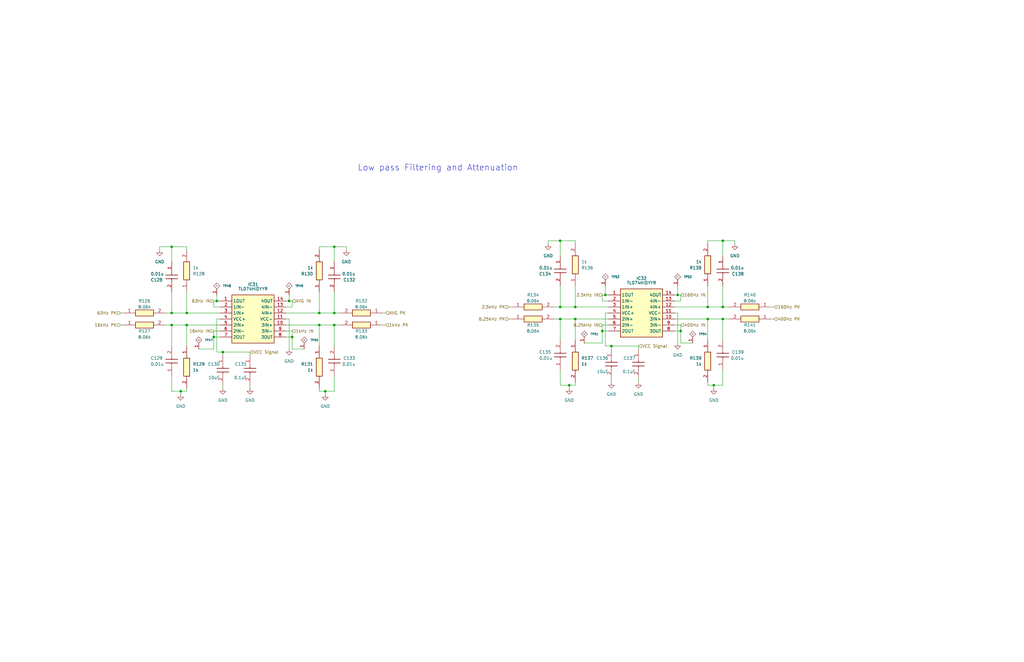
<source format=kicad_sch>
(kicad_sch (version 20231120) (generator "eeschema") (generator_version "8.0")
  (paper "B")
  (title_block (title "Audio System") (date "2025-02-06") (rev "P1") (company "Wolfe Engineering"))
  (lib_symbols
    (symbol "Audio System:C0603C104M5RACTU" (pin_names hide)
      (property "Reference" "C" (at 8.89 6.35 0))
      (property "Value" "C0603C104M5RACTU" (at 8.89 3.81 0))
      (symbol "C0603C104M5RACTU_1_1"
        (polyline (pts (xy 5.08 0) (xy 5.588 0)) (stroke (width 0.254)))
        (polyline (pts (xy 5.588 2.54) (xy 5.588 -2.54)) (stroke (width 0.254)))
        (polyline (pts (xy 7.112 0) (xy 7.62 0)) (stroke (width 0.254)))
        (polyline (pts (xy 7.112 2.54) (xy 7.112 -2.54)) (stroke (width 0.254)))
        (pin passive line (at 0 0 0) (length 5.08) (name "1") (number "1"))
        (pin passive line (at 12.7 0 180) (length 5.08) (name "2") (number "2"))
      )
    )
    (symbol "Audio System:CL10B103KB8NNNC" (pin_names hide)
      (property "Reference" "C" (at 8.89 6.35 0))
      (property "Value" "CL10B103KB8NNNC" (at 8.89 3.81 0))
      (symbol "CL10B103KB8NNNC_1_1"
        (polyline (pts (xy 5.08 0) (xy 5.588 0)) (stroke (width 0.254)))
        (polyline (pts (xy 5.588 2.54) (xy 5.588 -2.54)) (stroke (width 0.254)))
        (polyline (pts (xy 7.112 0) (xy 7.62 0)) (stroke (width 0.254)))
        (polyline (pts (xy 7.112 2.54) (xy 7.112 -2.54)) (stroke (width 0.254)))
        (pin passive line (at 0 0 0) (length 5.08) (name "1") (number "1"))
        (pin passive line (at 12.7 0 180) (length 5.08) (name "2") (number "2"))
      )
    )
    (symbol "Audio System:GRM21BR61H106KE43L" (pin_names hide)
      (property "Reference" "C" (at 8.89 6.35 0))
      (property "Value" "GRM21BR61H106KE43L" (at 8.89 3.81 0))
      (symbol "GRM21BR61H106KE43L_1_1"
        (polyline (pts (xy 5.08 0) (xy 5.588 0)) (stroke (width 0.254)))
        (polyline (pts (xy 5.588 2.54) (xy 5.588 -2.54)) (stroke (width 0.254)))
        (polyline (pts (xy 7.112 0) (xy 7.62 0)) (stroke (width 0.254)))
        (polyline (pts (xy 7.112 2.54) (xy 7.112 -2.54)) (stroke (width 0.254)))
        (pin passive line (at 0 0 0) (length 5.08) (name "1") (number "1"))
        (pin passive line (at 12.7 0 180) (length 5.08) (name "2") (number "2"))
      )
    )
    (symbol "Audio System:RC0603FR-071KL" (pin_names hide)
      (property "Reference" "R" (at 13.97 6.35 0))
      (property "Value" "RC0603FR-071KL" (at 13.97 3.81 0))
      (symbol "RC0603FR-071KL_1_1"
        (rectangle (start 5.08 1.27) (end 12.7 -1.27) (stroke (width 0.254)) (fill (type background)))
        (pin passive line (at 0 0 0) (length 5.08) (name "1") (number "1"))
        (pin passive line (at 17.78 0 180) (length 5.08) (name "2") (number "2"))
      )
    )
    (symbol "Audio System:RC0603FR-078K06L" (pin_names hide)
      (property "Reference" "R" (at 13.97 6.35 0))
      (property "Value" "RC0603FR-078K06L" (at 13.97 3.81 0))
      (symbol "RC0603FR-078K06L_1_1"
        (rectangle (start 5.08 1.27) (end 12.7 -1.27) (stroke (width 0.254)) (fill (type background)))
        (pin passive line (at 0 0 0) (length 5.08) (name "1") (number "1"))
        (pin passive line (at 17.78 0 180) (length 5.08) (name "2") (number "2"))
      )
    )
    (symbol "Audio System:TL074HIDYYR"
      (property "Reference" "IC" (at 24.13 7.62 0))
      (property "Value" "TL074HIDYYR" (at 24.13 5.08 0))
      (symbol "TL074HIDYYR_1_1"
        (rectangle (start 5.08 2.54) (end 22.86 -17.78) (stroke (width 0.254)) (fill (type background)))
        (pin passive line (at 0 0 0) (length 5.08) (name "1OUT") (number "1"))
        (pin passive line (at 27.94 -10.16 180) (length 5.08) (name "3IN+") (number "10"))
        (pin passive line (at 27.94 -7.62 180) (length 5.08) (name "VCC-") (number "11"))
        (pin passive line (at 27.94 -5.08 180) (length 5.08) (name "4IN+") (number "12"))
        (pin passive line (at 27.94 -2.54 180) (length 5.08) (name "4IN-") (number "13"))
        (pin passive line (at 27.94 0 180) (length 5.08) (name "4OUT") (number "14"))
        (pin passive line (at 0 -2.54 0) (length 5.08) (name "1IN-") (number "2"))
        (pin passive line (at 0 -5.08 0) (length 5.08) (name "1IN+") (number "3"))
        (pin passive line (at 0 -7.62 0) (length 5.08) (name "VCC+") (number "4"))
        (pin passive line (at 0 -10.16 0) (length 5.08) (name "2IN+") (number "5"))
        (pin passive line (at 0 -12.7 0) (length 5.08) (name "2IN-") (number "6"))
        (pin passive line (at 0 -15.24 0) (length 5.08) (name "2OUT") (number "7"))
        (pin passive line (at 27.94 -15.24 180) (length 5.08) (name "3OUT") (number "8"))
        (pin passive line (at 27.94 -12.7 180) (length 5.08) (name "3IN-") (number "9"))
      )
    )
    (symbol "Audio System:TP"
      (property "Reference" "TP" (at 2.54 -1.27 0))
      (symbol "TP_0_1"
        (polyline (pts (xy 0 -1.27) (xy 1.27 0) (xy 0 1.27) (xy -1.27 0) (xy 0 -1.27)))
      )
      (symbol "TP_1_1"
        (pin input line (at 0 -3.81 90) (length 2.54) (name "") (number "1"))
      )
    )
    (symbol "GND_1" (power) (pin_names (offset 0))
      (property "Value" "GND" (at 0 -3.81 0))
      (symbol "GND_1_0_1"
        (polyline (pts (xy 0 0) (xy 0 -1.27) (xy 1.27 -1.27) (xy 0 -2.54) (xy -1.27 -1.27) (xy 0 -1.27)))
      )
      (symbol "GND_1_1_1"
        (pin power_in line (at 0 0 270) (length 0) hide (name "GND") (number "1"))
      )
    )
    (symbol "GND_10" (power) (pin_names (offset 0))
      (property "Value" "GND" (at 0 -3.81 0))
      (symbol "GND_10_0_1"
        (polyline (pts (xy 0 0) (xy 0 -1.27) (xy 1.27 -1.27) (xy 0 -2.54) (xy -1.27 -1.27) (xy 0 -1.27)))
      )
      (symbol "GND_10_1_1"
        (pin power_in line (at 0 0 270) (length 0) hide (name "GND") (number "1"))
      )
    )
    (symbol "GND_11" (power) (pin_names (offset 0))
      (property "Value" "GND" (at 0 -3.81 0))
      (symbol "GND_11_0_1"
        (polyline (pts (xy 0 0) (xy 0 -1.27) (xy 1.27 -1.27) (xy 0 -2.54) (xy -1.27 -1.27) (xy 0 -1.27)))
      )
      (symbol "GND_11_1_1"
        (pin power_in line (at 0 0 270) (length 0) hide (name "GND") (number "1"))
      )
    )
    (symbol "GND_12" (power) (pin_names (offset 0))
      (property "Value" "GND" (at 0 -3.81 0))
      (symbol "GND_12_0_1"
        (polyline (pts (xy 0 0) (xy 0 -1.27) (xy 1.27 -1.27) (xy 0 -2.54) (xy -1.27 -1.27) (xy 0 -1.27)))
      )
      (symbol "GND_12_1_1"
        (pin power_in line (at 0 0 270) (length 0) hide (name "GND") (number "1"))
      )
    )
    (symbol "GND_13" (power) (pin_names (offset 0))
      (property "Value" "GND" (at 0 -3.81 0))
      (symbol "GND_13_0_1"
        (polyline (pts (xy 0 0) (xy 0 -1.27) (xy 1.27 -1.27) (xy 0 -2.54) (xy -1.27 -1.27) (xy 0 -1.27)))
      )
      (symbol "GND_13_1_1"
        (pin power_in line (at 0 0 270) (length 0) hide (name "GND") (number "1"))
      )
    )
    (symbol "GND_2" (power) (pin_names (offset 0))
      (property "Value" "GND" (at 0 -3.81 0))
      (symbol "GND_2_0_1"
        (polyline (pts (xy 0 0) (xy 0 -1.27) (xy 1.27 -1.27) (xy 0 -2.54) (xy -1.27 -1.27) (xy 0 -1.27)))
      )
      (symbol "GND_2_1_1"
        (pin power_in line (at 0 0 270) (length 0) hide (name "GND") (number "1"))
      )
    )
    (symbol "GND_3" (power) (pin_names (offset 0))
      (property "Value" "GND" (at 0 -3.81 0))
      (symbol "GND_3_0_1"
        (polyline (pts (xy 0 0) (xy 0 -1.27) (xy 1.27 -1.27) (xy 0 -2.54) (xy -1.27 -1.27) (xy 0 -1.27)))
      )
      (symbol "GND_3_1_1"
        (pin power_in line (at 0 0 270) (length 0) hide (name "GND") (number "1"))
      )
    )
    (symbol "GND_4" (power) (pin_names (offset 0))
      (property "Value" "GND" (at 0 -3.81 0))
      (symbol "GND_4_0_1"
        (polyline (pts (xy 0 0) (xy 0 -1.27) (xy 1.27 -1.27) (xy 0 -2.54) (xy -1.27 -1.27) (xy 0 -1.27)))
      )
      (symbol "GND_4_1_1"
        (pin power_in line (at 0 0 270) (length 0) hide (name "GND") (number "1"))
      )
    )
    (symbol "GND_5" (power) (pin_names (offset 0))
      (property "Value" "GND" (at 0 -3.81 0))
      (symbol "GND_5_0_1"
        (polyline (pts (xy 0 0) (xy 0 -1.27) (xy 1.27 -1.27) (xy 0 -2.54) (xy -1.27 -1.27) (xy 0 -1.27)))
      )
      (symbol "GND_5_1_1"
        (pin power_in line (at 0 0 270) (length 0) hide (name "GND") (number "1"))
      )
    )
    (symbol "GND_6" (power) (pin_names (offset 0))
      (property "Value" "GND" (at 0 -3.81 0))
      (symbol "GND_6_0_1"
        (polyline (pts (xy 0 0) (xy 0 -1.27) (xy 1.27 -1.27) (xy 0 -2.54) (xy -1.27 -1.27) (xy 0 -1.27)))
      )
      (symbol "GND_6_1_1"
        (pin power_in line (at 0 0 270) (length 0) hide (name "GND") (number "1"))
      )
    )
    (symbol "GND_7" (power) (pin_names (offset 0))
      (property "Value" "GND" (at 0 -3.81 0))
      (symbol "GND_7_0_1"
        (polyline (pts (xy 0 0) (xy 0 -1.27) (xy 1.27 -1.27) (xy 0 -2.54) (xy -1.27 -1.27) (xy 0 -1.27)))
      )
      (symbol "GND_7_1_1"
        (pin power_in line (at 0 0 270) (length 0) hide (name "GND") (number "1"))
      )
    )
    (symbol "GND_8" (power) (pin_names (offset 0))
      (property "Value" "GND" (at 0 -3.81 0))
      (symbol "GND_8_0_1"
        (polyline (pts (xy 0 0) (xy 0 -1.27) (xy 1.27 -1.27) (xy 0 -2.54) (xy -1.27 -1.27) (xy 0 -1.27)))
      )
      (symbol "GND_8_1_1"
        (pin power_in line (at 0 0 270) (length 0) hide (name "GND") (number "1"))
      )
    )
    (symbol "GND_9" (power) (pin_names (offset 0))
      (property "Value" "GND" (at 0 -3.81 0))
      (symbol "GND_9_0_1"
        (polyline (pts (xy 0 0) (xy 0 -1.27) (xy 1.27 -1.27) (xy 0 -2.54) (xy -1.27 -1.27) (xy 0 -1.27)))
      )
      (symbol "GND_9_1_1"
        (pin power_in line (at 0 0 270) (length 0) hide (name "GND") (number "1"))
      )
    )
    (symbol "power:GND" (power) (pin_names (offset 0))
      (property "Value" "GND" (at 0 -3.81 0))
      (symbol "GND_0_1"
        (polyline (pts (xy 0 0) (xy 0 -1.27) (xy 1.27 -1.27) (xy 0 -2.54) (xy -1.27 -1.27) (xy 0 -1.27)))
      )
      (symbol "GND_1_1"
        (pin power_in line (at 0 0 270) (length 0) hide (name "GND") (number "1"))
      )
    )
  )
  (junction (at 137.16 165.1))
  (junction (at 242.57 134.62))
  (junction (at 140.97 104.14))
  (junction (at 78.74 132.08))
  (junction (at 304.8 134.62))
  (junction (at 140.97 132.08))
  (junction (at 123.19 142.24))
  (junction (at 254 139.7))
  (junction (at 242.57 129.54))
  (junction (at 134.62 137.16))
  (junction (at 236.22 134.62))
  (junction (at 236.22 101.6))
  (junction (at 72.39 104.14))
  (junction (at 287.02 139.7))
  (junction (at 72.39 132.08))
  (junction (at 236.22 129.54))
  (junction (at 134.62 132.08))
  (junction (at 91.44 127))
  (junction (at 304.8 129.54))
  (junction (at 93.98 148.59))
  (junction (at 304.8 101.6))
  (junction (at 78.74 137.16))
  (junction (at 257.81 146.05))
  (junction (at 121.92 127))
  (junction (at 298.45 129.54))
  (junction (at 72.39 137.16))
  (junction (at 140.97 137.16))
  (junction (at 255.27 124.46))
  (junction (at 300.99 162.56))
  (junction (at 298.45 134.62))
  (junction (at 90.17 142.24))
  (junction (at 240.03 162.56))
  (junction (at 76.2 165.1))
  (junction (at 285.75 124.46))
  (wire (pts (xy 137.16 165.1) (xy 134.62 165.1)))
  (wire (pts (xy 69.85 132.08) (xy 72.39 132.08)))
  (wire (pts (xy 134.62 132.08) (xy 120.65 132.08)))
  (wire (pts (xy 78.74 132.08) (xy 92.71 132.08)))
  (wire (pts (xy 143.51 132.08) (xy 140.97 132.08)))
  (wire (pts (xy 242.57 162.56) (xy 242.57 161.29)))
  (wire (pts (xy 304.8 156.21) (xy 304.8 162.56)))
  (wire (pts (xy 140.97 165.1) (xy 137.16 165.1)))
  (wire (pts (xy 78.74 165.1) (xy 78.74 163.83)))
  (wire (pts (xy 140.97 137.16) (xy 134.62 137.16)))
  (wire (pts (xy 326.39 134.62) (xy 325.12 134.62)))
  (wire (pts (xy 298.45 162.56) (xy 298.45 161.29)))
  (wire (pts (xy 140.97 110.49) (xy 140.97 104.14)))
  (wire (pts (xy 269.24 161.29) (xy 269.24 160.02)))
  (wire (pts (xy 284.48 132.08) (xy 285.75 132.08)))
  (wire (pts (xy 91.44 127) (xy 92.71 127)))
  (wire (pts (xy 256.54 132.08) (xy 255.27 132.08)))
  (wire (pts (xy 72.39 104.14) (xy 78.74 104.14)))
  (wire (pts (xy 236.22 134.62) (xy 242.57 134.62)))
  (wire (pts (xy 236.22 162.56) (xy 240.03 162.56)))
  (wire (pts (xy 254 144.78) (xy 254 139.7)))
  (wire (pts (xy 67.31 104.14) (xy 72.39 104.14)))
  (wire (pts (xy 50.8 137.16) (xy 52.07 137.16)))
  (wire (pts (xy 134.62 123.19) (xy 134.62 132.08)))
  (wire (pts (xy 72.39 132.08) (xy 78.74 132.08)))
  (wire (pts (xy 307.34 134.62) (xy 304.8 134.62)))
  (wire (pts (xy 257.81 147.32) (xy 257.81 146.05)))
  (wire (pts (xy 300.99 162.56) (xy 300.99 163.83)))
  (wire (pts (xy 298.45 101.6) (xy 298.45 102.87)))
  (wire (pts (xy 236.22 101.6) (xy 242.57 101.6)))
  (wire (pts (xy 123.19 139.7) (xy 120.65 139.7)))
  (wire (pts (xy 254 124.46) (xy 255.27 124.46)))
  (wire (pts (xy 236.22 134.62) (xy 236.22 143.51)))
  (wire (pts (xy 326.39 129.54) (xy 325.12 129.54)))
  (wire (pts (xy 78.74 137.16) (xy 92.71 137.16)))
  (wire (pts (xy 254 127) (xy 254 124.46)))
  (wire (pts (xy 304.8 129.54) (xy 298.45 129.54)))
  (wire (pts (xy 69.85 137.16) (xy 72.39 137.16)))
  (wire (pts (xy 93.98 148.59) (xy 105.41 148.59)))
  (wire (pts (xy 255.27 146.05) (xy 257.81 146.05)))
  (wire (pts (xy 140.97 132.08) (xy 134.62 132.08)))
  (wire (pts (xy 233.68 134.62) (xy 236.22 134.62)))
  (wire (pts (xy 92.71 142.24) (xy 90.17 142.24)))
  (wire (pts (xy 90.17 127) (xy 91.44 127)))
  (wire (pts (xy 90.17 142.24) (xy 90.17 147.32)))
  (wire (pts (xy 90.17 139.7) (xy 92.71 139.7)))
  (wire (pts (xy 143.51 137.16) (xy 140.97 137.16)))
  (wire (pts (xy 120.65 129.54) (xy 123.19 129.54)))
  (wire (pts (xy 287.02 139.7) (xy 287.02 137.16)))
  (wire (pts (xy 120.65 142.24) (xy 123.19 142.24)))
  (wire (pts (xy 72.39 137.16) (xy 78.74 137.16)))
  (wire (pts (xy 257.81 146.05) (xy 269.24 146.05)))
  (wire (pts (xy 134.62 104.14) (xy 134.62 105.41)))
  (wire (pts (xy 140.97 104.14) (xy 134.62 104.14)))
  (wire (pts (xy 242.57 129.54) (xy 256.54 129.54)))
  (wire (pts (xy 309.88 101.6) (xy 304.8 101.6)))
  (wire (pts (xy 93.98 149.86) (xy 93.98 148.59)))
  (wire (pts (xy 90.17 129.54) (xy 90.17 127)))
  (wire (pts (xy 72.39 137.16) (xy 72.39 146.05)))
  (wire (pts (xy 78.74 137.16) (xy 78.74 146.05)))
  (wire (pts (xy 105.41 148.59) (xy 105.41 149.86)))
  (wire (pts (xy 78.74 104.14) (xy 78.74 105.41)))
  (wire (pts (xy 285.75 120.65) (xy 285.75 124.46)))
  (wire (pts (xy 256.54 139.7) (xy 254 139.7)))
  (wire (pts (xy 120.65 134.62) (xy 121.92 134.62)))
  (wire (pts (xy 287.02 144.78) (xy 292.1 144.78)))
  (wire (pts (xy 300.99 162.56) (xy 298.45 162.56)))
  (wire (pts (xy 242.57 134.62) (xy 242.57 143.51)))
  (wire (pts (xy 298.45 134.62) (xy 284.48 134.62)))
  (wire (pts (xy 123.19 129.54) (xy 123.19 127)))
  (wire (pts (xy 231.14 101.6) (xy 236.22 101.6)))
  (wire (pts (xy 287.02 124.46) (xy 285.75 124.46)))
  (wire (pts (xy 257.81 160.02) (xy 257.81 161.29)))
  (wire (pts (xy 298.45 134.62) (xy 298.45 143.51)))
  (wire (pts (xy 121.92 134.62) (xy 121.92 147.32)))
  (wire (pts (xy 287.02 144.78) (xy 287.02 139.7)))
  (wire (pts (xy 121.92 124.46) (xy 121.92 127)))
  (wire (pts (xy 214.63 134.62) (xy 215.9 134.62)))
  (wire (pts (xy 285.75 132.08) (xy 285.75 144.78)))
  (wire (pts (xy 256.54 127) (xy 254 127)))
  (wire (pts (xy 92.71 129.54) (xy 90.17 129.54)))
  (wire (pts (xy 233.68 129.54) (xy 236.22 129.54)))
  (wire (pts (xy 128.27 147.32) (xy 123.19 147.32)))
  (wire (pts (xy 240.03 162.56) (xy 240.03 163.83)))
  (wire (pts (xy 91.44 148.59) (xy 93.98 148.59)))
  (wire (pts (xy 298.45 129.54) (xy 284.48 129.54)))
  (wire (pts (xy 92.71 134.62) (xy 91.44 134.62)))
  (wire (pts (xy 242.57 101.6) (xy 242.57 102.87)))
  (wire (pts (xy 140.97 158.75) (xy 140.97 165.1)))
  (wire (pts (xy 91.44 124.46) (xy 91.44 127)))
  (wire (pts (xy 254 137.16) (xy 256.54 137.16)))
  (wire (pts (xy 50.8 132.08) (xy 52.07 132.08)))
  (wire (pts (xy 83.82 147.32) (xy 90.17 147.32)))
  (wire (pts (xy 72.39 132.08) (xy 72.39 123.19)))
  (wire (pts (xy 72.39 158.75) (xy 72.39 165.1)))
  (wire (pts (xy 123.19 142.24) (xy 123.19 139.7)))
  (wire (pts (xy 162.56 137.16) (xy 161.29 137.16)))
  (wire (pts (xy 284.48 139.7) (xy 287.02 139.7)))
  (wire (pts (xy 304.8 107.95) (xy 304.8 101.6)))
  (wire (pts (xy 140.97 132.08) (xy 140.97 123.19)))
  (wire (pts (xy 123.19 142.24) (xy 123.19 147.32)))
  (wire (pts (xy 304.8 134.62) (xy 304.8 143.51)))
  (wire (pts (xy 236.22 129.54) (xy 236.22 120.65)))
  (wire (pts (xy 67.31 104.14) (xy 67.31 105.41)))
  (wire (pts (xy 140.97 137.16) (xy 140.97 146.05)))
  (wire (pts (xy 162.56 132.08) (xy 161.29 132.08)))
  (wire (pts (xy 72.39 110.49) (xy 72.39 104.14)))
  (wire (pts (xy 90.17 142.24) (xy 90.17 139.7)))
  (wire (pts (xy 123.19 127) (xy 121.92 127)))
  (wire (pts (xy 137.16 165.1) (xy 137.16 166.37)))
  (wire (pts (xy 307.34 129.54) (xy 304.8 129.54)))
  (wire (pts (xy 134.62 137.16) (xy 120.65 137.16)))
  (wire (pts (xy 93.98 162.56) (xy 93.98 163.83)))
  (wire (pts (xy 236.22 107.95) (xy 236.22 101.6)))
  (wire (pts (xy 287.02 137.16) (xy 284.48 137.16)))
  (wire (pts (xy 304.8 134.62) (xy 298.45 134.62)))
  (wire (pts (xy 105.41 163.83) (xy 105.41 162.56)))
  (wire (pts (xy 91.44 134.62) (xy 91.44 148.59)))
  (wire (pts (xy 214.63 129.54) (xy 215.9 129.54)))
  (wire (pts (xy 287.02 127) (xy 287.02 124.46)))
  (wire (pts (xy 246.38 144.78) (xy 254 144.78)))
  (wire (pts (xy 298.45 120.65) (xy 298.45 129.54)))
  (wire (pts (xy 121.92 127) (xy 120.65 127)))
  (wire (pts (xy 242.57 134.62) (xy 256.54 134.62)))
  (wire (pts (xy 240.03 162.56) (xy 242.57 162.56)))
  (wire (pts (xy 146.05 104.14) (xy 140.97 104.14)))
  (wire (pts (xy 236.22 129.54) (xy 242.57 129.54)))
  (wire (pts (xy 76.2 165.1) (xy 78.74 165.1)))
  (wire (pts (xy 236.22 156.21) (xy 236.22 162.56)))
  (wire (pts (xy 304.8 101.6) (xy 298.45 101.6)))
  (wire (pts (xy 255.27 120.65) (xy 255.27 124.46)))
  (wire (pts (xy 72.39 165.1) (xy 76.2 165.1)))
  (wire (pts (xy 76.2 165.1) (xy 76.2 166.37)))
  (wire (pts (xy 284.48 127) (xy 287.02 127)))
  (wire (pts (xy 269.24 146.05) (xy 269.24 147.32)))
  (wire (pts (xy 285.75 124.46) (xy 284.48 124.46)))
  (wire (pts (xy 231.14 101.6) (xy 231.14 102.87)))
  (wire (pts (xy 309.88 101.6) (xy 309.88 102.87)))
  (wire (pts (xy 304.8 162.56) (xy 300.99 162.56)))
  (wire (pts (xy 242.57 120.65) (xy 242.57 129.54)))
  (wire (pts (xy 134.62 165.1) (xy 134.62 163.83)))
  (wire (pts (xy 304.8 129.54) (xy 304.8 120.65)))
  (wire (pts (xy 78.74 123.19) (xy 78.74 132.08)))
  (wire (pts (xy 255.27 124.46) (xy 256.54 124.46)))
  (wire (pts (xy 146.05 104.14) (xy 146.05 105.41)))
  (wire (pts (xy 255.27 132.08) (xy 255.27 146.05)))
  (wire (pts (xy 254 139.7) (xy 254 137.16)))
  (wire (pts (xy 134.62 137.16) (xy 134.62 146.05)))
  (text "Low pass Filtering and Attenuation" (at 184.658 70.866 0) (effects (font (size 2.54 2.54))))
  (hierarchical_label "16kHz IN" (shape input) (at 90.17 139.7 180))
  (hierarchical_label "400Hz PK" (shape input) (at 326.39 134.62 0))
  (hierarchical_label "16kHz PK" (shape input) (at 50.8 137.16 180))
  (hierarchical_label "2.5kHz PK" (shape input) (at 214.63 129.54 180))
  (hierarchical_label "63Hz PK" (shape input) (at 50.8 132.08 180))
  (hierarchical_label "160Hz PK" (shape input) (at 326.39 129.54 0))
  (hierarchical_label "VCC Signal" (shape input) (at 269.24 146.05 0))
  (hierarchical_label "VCC Signal" (shape input) (at 105.41 148.59 0))
  (hierarchical_label "1kHz IN" (shape input) (at 123.19 139.7 0))
  (hierarchical_label "2.5kHz IN" (shape input) (at 254 124.46 180))
  (hierarchical_label "AVG PK" (shape input) (at 162.56 132.08 0))
  (hierarchical_label "6.25kHz PK" (shape input) (at 214.63 134.62 180))
  (hierarchical_label "6.25kHz IN" (shape input) (at 254 137.16 180))
  (hierarchical_label "400Hz IN" (shape input) (at 287.02 137.16 0))
  (hierarchical_label "AVG IN" (shape input) (at 123.19 127 0))
  (hierarchical_label "63Hz IN" (shape input) (at 90.17 127 180))
  (hierarchical_label "1kHz PK" (shape input) (at 162.56 137.16 0))
  (hierarchical_label "160Hz IN" (shape input) (at 287.02 124.46 0))
  (symbol (lib_id "Audio System:C0603C104M5RACTU") (at 269.24 147.32 90) (mirror x) (unit 1)
    (property "Reference" "C137" (at 267.97 151.13 90) (effects (justify left)))
    (property "Value" "0.1uF" (at 267.97 156.845 90) (effects (justify left)))
    (property "Footprint" "1 Audio Amp:C0603" (effects (hide yes)))
    (property "Datasheet" "https://content.kemet.com/datasheets/KEM_C1002_X7R_SMD.pdf" (effects (hide yes)))
    (property "Height" "0.87" (effects (hide yes)))
    (property "Manufacturer_Name" "KEMET" (effects (hide yes)))
    (property "Manufacturer_Part_Number" "C0603C104M5RACTU" (effects (hide yes)))
    (property "Mouser Part Number" "80-C0603C104M5R" (effects (hide yes)))
    (property "Mouser Price/Stock" "https://www.mouser.co.uk/ProductDetail/KEMET/C0603C104M5RACTU?qs=YkRtRX%252BfoqJT%252B0m410IP4A%3D%3D" (effects (hide yes)))
    (property "Arrow Part Number" "C0603C104M5RACTU" (effects (hide yes)))
    (property "Arrow Price/Stock" "https://www.arrow.com/en/products/c0603c104m5ractu/kemet-corporation?utm_currency=USD&region=nac" (effects (hide yes)))
  )
  (symbol (lib_id "power:GND") (at 300.99 163.83 0) (unit 1)
    (property "Reference" "#PWR0187" (effects (hide yes)))
    (property "Value" "GND" (at 300.99 168.91 0))
  )
  (symbol (lib_name "GND_10") (lib_id "power:GND") (at 257.81 161.29 0) (mirror y) (unit 1)
    (property "Reference" "#PWR0184" (effects (hide yes)))
    (property "Value" "GND" (at 257.81 166.37 0))
  )
  (symbol (lib_name "GND_13") (lib_id "power:GND") (at 105.41 163.83 0) (mirror y) (unit 1)
    (property "Reference" "#PWR0178" (effects (hide yes)))
    (property "Value" "GND" (at 105.41 168.91 0))
  )
  (symbol (lib_id "Audio System:GRM21BR61H106KE43L") (at 257.81 147.32 90) (mirror x) (unit 1)
    (property "Reference" "C136" (at 256.54 151.13 90) (effects (justify left)))
    (property "Value" "10uF" (at 256.54 156.845 90) (effects (justify left)))
    (property "Footprint" "1 Audio Amp:GRM21x" (effects (hide yes)))
    (property "Datasheet" "https://search.murata.co.jp/Ceramy/image/img/A01X/G101/ENG/GRM21BR61H106KE43-01A.pdf" (effects (hide yes)))
    (property "Height" "1.25" (effects (hide yes)))
    (property "Manufacturer_Name" "Murata Electronics" (effects (hide yes)))
    (property "Manufacturer_Part_Number" "GRM21BR61H106KE43L" (effects (hide yes)))
    (property "Mouser Part Number" "81-GRM21BR61H106KE3L" (effects (hide yes)))
    (property "Mouser Price/Stock" "https://www.mouser.co.uk/ProductDetail/Murata-Electronics/GRM21BR61H106KE43L?qs=lYGu3FyN48cBZlIduWKclg%3D%3D" (effects (hide yes)))
    (property "Arrow Part Number" "GRM21BR61H106KE43L" (effects (hide yes)))
    (property "Arrow Price/Stock" "https://www.arrow.com/en/products/grm21br61h106ke43l/murata-manufacturing?region=nac" (effects (hide yes)))
  )
  (symbol (lib_name "GND_9") (lib_id "power:GND") (at 240.03 163.83 0) (unit 1)
    (property "Reference" "#PWR0183" (effects (hide yes)))
    (property "Value" "GND" (at 240.03 168.91 0))
  )
  (symbol (lib_id "Audio System:RC0603FR-071KL") (at 134.62 123.19 90) (unit 1)
    (property "Reference" "R130" (at 132.08 115.57 90) (effects (justify left)))
    (property "Value" "1k" (at 132.08 113.03 90) (effects (justify left)))
    (property "Footprint" "1 Audio Amp:RESC1608X55N" (effects (hide yes)))
    (property "Datasheet" "https://www.yageo.com/upload/media/product/productsearch/datasheet/rchip/PYu-RC_Group_51_RoHS_L_12.pdf" (effects (hide yes)))
    (property "Height" "0.55" (effects (hide yes)))
    (property "Manufacturer_Name" "YAGEO" (effects (hide yes)))
    (property "Manufacturer_Part_Number" "RC0603FR-071KL" (effects (hide yes)))
    (property "Mouser Part Number" "603-RC0603FR-071KL" (effects (hide yes)))
    (property "Mouser Price/Stock" "https://www.mouser.co.uk/ProductDetail/YAGEO/RC0603FR-071KL?qs=VU8sRB4EgwApHsk4rF%2F3zg%3D%3D" (effects (hide yes)))
    (property "Arrow Part Number" "RC0603FR-071KL" (effects (hide yes)))
    (property "Arrow Price/Stock" "https://www.arrow.com/en/products/rc0603fr-071kl/yageo?region=europe" (effects (hide yes)))
  )
  (symbol (lib_id "Audio System:CL10B103KB8NNNC") (at 236.22 107.95 90) (mirror x) (unit 1)
    (property "Reference" "C134" (at 227.33 115.57 90) (effects (justify right)))
    (property "Value" "0.01u" (at 227.33 113.03 90) (effects (justify right)))
    (property "Footprint" "1 Audio Amp:CAPC1608X90N" (effects (hide yes)))
    (property "Datasheet" "https://datasheet.datasheetarchive.com/originals/distributors/Datasheets_SAMA/f3f01ceab90a863c6d6e9eba92d45bd3.pdf" (effects (hide yes)))
    (property "Height" "0.9" (effects (hide yes)))
    (property "Manufacturer_Name" "SAMSUNG" (effects (hide yes)))
    (property "Manufacturer_Part_Number" "CL10B103KB8NNNC" (effects (hide yes)))
    (property "Mouser Part Number" "187-CL10B103KB8NNNC" (effects (hide yes)))
    (property "Mouser Price/Stock" "https://www.mouser.co.uk/ProductDetail/Samsung-Electro-Mechanics/CL10B103KB8NNNC?qs=349EhDEZ59pAsZxZjVI0UQ%3D%3D" (effects (hide yes)))
    (property "Arrow Part Number" "CL10B103KB8NNNC" (effects (hide yes)))
    (property "Arrow Price/Stock" "https://www.arrow.com/en/products/cl10b103kb8nnnc/samsung-electro-mechanics?region=nac" (effects (hide yes)))
  )
  (symbol (lib_id "Audio System:RC0603FR-078K06L") (at 161.29 137.16 0) (mirror y) (unit 1)
    (property "Reference" "R133" (at 152.4 139.7 0))
    (property "Value" "8.06k" (at 152.4 142.24 0))
    (property "Footprint" "1 Audio Amp:RESC1608X55N" (effects (hide yes)))
    (property "Datasheet" "http://www.yageo.com/documents/recent/PYu-RC0603_51_RoHS_L_v5.pdf" (effects (hide yes)))
    (property "Height" "0.55" (effects (hide yes)))
    (property "Manufacturer_Name" "KEMET" (effects (hide yes)))
    (property "Manufacturer_Part_Number" "RC0603FR-078K06L" (effects (hide yes)))
    (property "Mouser Part Number" "603-RC0603FR-078K06L" (effects (hide yes)))
    (property "Mouser Price/Stock" "https://www.mouser.co.uk/ProductDetail/Yageo/RC0603FR-078K06L?qs=2cAdsCoAWREXE%2FuVdbo5eQ%3D%3D" (effects (hide yes)))
    (property "Arrow Part Number" "RC0603FR-078K06L" (effects (hide yes)))
    (property "Arrow Price/Stock" "https://www.arrow.com/en/products/rc0603fr-078k06l/yageo" (effects (hide yes)))
  )
  (symbol (lib_name "GND_12") (lib_id "power:GND") (at 76.2 166.37 0) (unit 1)
    (property "Reference" "#PWR0176" (effects (hide yes)))
    (property "Value" "GND" (at 76.2 171.45 0))
  )
  (symbol (lib_id "Audio System:RC0603FR-078K06L") (at 325.12 129.54 180) (unit 1)
    (property "Reference" "R140" (at 316.23 124.46 0))
    (property "Value" "8.06k" (at 316.23 127 0))
    (property "Footprint" "1 Audio Amp:RESC1608X55N" (effects (hide yes)))
    (property "Datasheet" "http://www.yageo.com/documents/recent/PYu-RC0603_51_RoHS_L_v5.pdf" (effects (hide yes)))
    (property "Height" "0.55" (effects (hide yes)))
    (property "Manufacturer_Name" "KEMET" (effects (hide yes)))
    (property "Manufacturer_Part_Number" "RC0603FR-078K06L" (effects (hide yes)))
    (property "Mouser Part Number" "603-RC0603FR-078K06L" (effects (hide yes)))
    (property "Mouser Price/Stock" "https://www.mouser.co.uk/ProductDetail/Yageo/RC0603FR-078K06L?qs=2cAdsCoAWREXE%2FuVdbo5eQ%3D%3D" (effects (hide yes)))
    (property "Arrow Part Number" "RC0603FR-078K06L" (effects (hide yes)))
    (property "Arrow Price/Stock" "https://www.arrow.com/en/products/rc0603fr-078k06l/yageo" (effects (hide yes)))
  )
  (symbol (lib_id "Audio System:RC0603FR-078K06L") (at 325.12 134.62 0) (mirror y) (unit 1)
    (property "Reference" "R141" (at 316.23 137.16 0))
    (property "Value" "8.06k" (at 316.23 139.7 0))
    (property "Footprint" "1 Audio Amp:RESC1608X55N" (effects (hide yes)))
    (property "Datasheet" "http://www.yageo.com/documents/recent/PYu-RC0603_51_RoHS_L_v5.pdf" (effects (hide yes)))
    (property "Height" "0.55" (effects (hide yes)))
    (property "Manufacturer_Name" "KEMET" (effects (hide yes)))
    (property "Manufacturer_Part_Number" "RC0603FR-078K06L" (effects (hide yes)))
    (property "Mouser Part Number" "603-RC0603FR-078K06L" (effects (hide yes)))
    (property "Mouser Price/Stock" "https://www.mouser.co.uk/ProductDetail/Yageo/RC0603FR-078K06L?qs=2cAdsCoAWREXE%2FuVdbo5eQ%3D%3D" (effects (hide yes)))
    (property "Arrow Part Number" "RC0603FR-078K06L" (effects (hide yes)))
    (property "Arrow Price/Stock" "https://www.arrow.com/en/products/rc0603fr-078k06l/yageo" (effects (hide yes)))
  )
  (symbol (lib_id "Audio System:TP") (at 121.92 120.65 0) (unit 1) (exclude_from_sim yes) (in_bom no)
    (property "Reference" "TP49" (at 124.46 120.6499 0) (effects (font (size 0.9 0.9)) (justify left)))
    (property "Value" "~" (at 121.92 120.65 0))
    (property "Footprint" "1 Audio Amp:TP" (effects (hide yes)))
  )
  (symbol (lib_id "Audio System:RC0603FR-071KL") (at 242.57 120.65 270) (mirror x) (unit 1)
    (property "Reference" "R136" (at 245.11 113.03 90) (effects (justify left)))
    (property "Value" "1k" (at 245.11 110.49 90) (effects (justify left)))
    (property "Footprint" "1 Audio Amp:RESC1608X55N" (effects (hide yes)))
    (property "Datasheet" "https://www.yageo.com/upload/media/product/productsearch/datasheet/rchip/PYu-RC_Group_51_RoHS_L_12.pdf" (effects (hide yes)))
    (property "Height" "0.55" (effects (hide yes)))
    (property "Manufacturer_Name" "YAGEO" (effects (hide yes)))
    (property "Manufacturer_Part_Number" "RC0603FR-071KL" (effects (hide yes)))
    (property "Mouser Part Number" "603-RC0603FR-071KL" (effects (hide yes)))
    (property "Mouser Price/Stock" "https://www.mouser.co.uk/ProductDetail/YAGEO/RC0603FR-071KL?qs=VU8sRB4EgwApHsk4rF%2F3zg%3D%3D" (effects (hide yes)))
    (property "Arrow Part Number" "RC0603FR-071KL" (effects (hide yes)))
    (property "Arrow Price/Stock" "https://www.arrow.com/en/products/rc0603fr-071kl/yageo?region=europe" (effects (hide yes)))
  )
  (symbol (lib_id "Audio System:RC0603FR-071KL") (at 78.74 146.05 270) (unit 1)
    (property "Reference" "R129" (at 81.28 153.67 90) (effects (justify left)))
    (property "Value" "1k" (at 81.28 156.21 90) (effects (justify left)))
    (property "Footprint" "1 Audio Amp:RESC1608X55N" (effects (hide yes)))
    (property "Datasheet" "https://www.yageo.com/upload/media/product/productsearch/datasheet/rchip/PYu-RC_Group_51_RoHS_L_12.pdf" (effects (hide yes)))
    (property "Height" "0.55" (effects (hide yes)))
    (property "Manufacturer_Name" "YAGEO" (effects (hide yes)))
    (property "Manufacturer_Part_Number" "RC0603FR-071KL" (effects (hide yes)))
    (property "Mouser Part Number" "603-RC0603FR-071KL" (effects (hide yes)))
    (property "Mouser Price/Stock" "https://www.mouser.co.uk/ProductDetail/YAGEO/RC0603FR-071KL?qs=VU8sRB4EgwApHsk4rF%2F3zg%3D%3D" (effects (hide yes)))
    (property "Arrow Part Number" "RC0603FR-071KL" (effects (hide yes)))
    (property "Arrow Price/Stock" "https://www.arrow.com/en/products/rc0603fr-071kl/yageo?region=europe" (effects (hide yes)))
  )
  (symbol (lib_id "Audio System:CL10B103KB8NNNC") (at 140.97 158.75 270) (mirror x) (unit 1)
    (property "Reference" "C133" (at 149.86 151.13 90) (effects (justify right)))
    (property "Value" "0.01u" (at 149.86 153.67 90) (effects (justify right)))
    (property "Footprint" "1 Audio Amp:CAPC1608X90N" (effects (hide yes)))
    (property "Datasheet" "https://datasheet.datasheetarchive.com/originals/distributors/Datasheets_SAMA/f3f01ceab90a863c6d6e9eba92d45bd3.pdf" (effects (hide yes)))
    (property "Height" "0.9" (effects (hide yes)))
    (property "Manufacturer_Name" "SAMSUNG" (effects (hide yes)))
    (property "Manufacturer_Part_Number" "CL10B103KB8NNNC" (effects (hide yes)))
    (property "Mouser Part Number" "187-CL10B103KB8NNNC" (effects (hide yes)))
    (property "Mouser Price/Stock" "https://www.mouser.co.uk/ProductDetail/Samsung-Electro-Mechanics/CL10B103KB8NNNC?qs=349EhDEZ59pAsZxZjVI0UQ%3D%3D" (effects (hide yes)))
    (property "Arrow Part Number" "CL10B103KB8NNNC" (effects (hide yes)))
    (property "Arrow Price/Stock" "https://www.arrow.com/en/products/cl10b103kb8nnnc/samsung-electro-mechanics?region=nac" (effects (hide yes)))
  )
  (symbol (lib_id "Audio System:TP") (at 255.27 116.84 0) (unit 1) (exclude_from_sim yes) (in_bom no)
    (property "Reference" "TP52" (at 257.81 116.8399 0) (effects (font (size 0.9 0.9)) (justify left)))
    (property "Value" "~" (at 255.27 116.84 0))
    (property "Footprint" "1 Audio Amp:TP" (effects (hide yes)))
  )
  (symbol (lib_name "GND_11") (lib_id "power:GND") (at 285.75 144.78 0) (unit 1)
    (property "Reference" "#PWR0186" (effects (hide yes)))
    (property "Value" "GND" (at 285.75 149.86 0))
  )
  (symbol (lib_name "GND_8") (lib_id "power:GND") (at 146.05 105.41 0) (unit 1)
    (property "Reference" "#PWR0181" (effects (hide yes)))
    (property "Value" "GND" (at 146.05 110.49 0))
  )
  (symbol (lib_id "Audio System:RC0603FR-071KL") (at 134.62 146.05 90) (mirror x) (unit 1)
    (property "Reference" "R131" (at 132.08 153.67 90) (effects (justify left)))
    (property "Value" "1k" (at 132.08 156.21 90) (effects (justify left)))
    (property "Footprint" "1 Audio Amp:RESC1608X55N" (effects (hide yes)))
    (property "Datasheet" "https://www.yageo.com/upload/media/product/productsearch/datasheet/rchip/PYu-RC_Group_51_RoHS_L_12.pdf" (effects (hide yes)))
    (property "Height" "0.55" (effects (hide yes)))
    (property "Manufacturer_Name" "YAGEO" (effects (hide yes)))
    (property "Manufacturer_Part_Number" "RC0603FR-071KL" (effects (hide yes)))
    (property "Mouser Part Number" "603-RC0603FR-071KL" (effects (hide yes)))
    (property "Mouser Price/Stock" "https://www.mouser.co.uk/ProductDetail/YAGEO/RC0603FR-071KL?qs=VU8sRB4EgwApHsk4rF%2F3zg%3D%3D" (effects (hide yes)))
    (property "Arrow Part Number" "RC0603FR-071KL" (effects (hide yes)))
    (property "Arrow Price/Stock" "https://www.arrow.com/en/products/rc0603fr-071kl/yageo?region=europe" (effects (hide yes)))
  )
  (symbol (lib_id "Audio System:CL10B103KB8NNNC") (at 140.97 110.49 270) (unit 1)
    (property "Reference" "C132" (at 149.86 118.11 90) (effects (justify right)))
    (property "Value" "0.01u" (at 149.86 115.57 90) (effects (justify right)))
    (property "Footprint" "1 Audio Amp:CAPC1608X90N" (effects (hide yes)))
    (property "Datasheet" "https://datasheet.datasheetarchive.com/originals/distributors/Datasheets_SAMA/f3f01ceab90a863c6d6e9eba92d45bd3.pdf" (effects (hide yes)))
    (property "Height" "0.9" (effects (hide yes)))
    (property "Manufacturer_Name" "SAMSUNG" (effects (hide yes)))
    (property "Manufacturer_Part_Number" "CL10B103KB8NNNC" (effects (hide yes)))
    (property "Mouser Part Number" "187-CL10B103KB8NNNC" (effects (hide yes)))
    (property "Mouser Price/Stock" "https://www.mouser.co.uk/ProductDetail/Samsung-Electro-Mechanics/CL10B103KB8NNNC?qs=349EhDEZ59pAsZxZjVI0UQ%3D%3D" (effects (hide yes)))
    (property "Arrow Part Number" "CL10B103KB8NNNC" (effects (hide yes)))
    (property "Arrow Price/Stock" "https://www.arrow.com/en/products/cl10b103kb8nnnc/samsung-electro-mechanics?region=nac" (effects (hide yes)))
  )
  (symbol (lib_name "GND_7") (lib_id "power:GND") (at 137.16 166.37 0) (unit 1)
    (property "Reference" "#PWR0180" (effects (hide yes)))
    (property "Value" "GND" (at 137.16 171.45 0))
  )
  (symbol (lib_id "Audio System:TP") (at 83.82 143.51 0) (unit 1) (exclude_from_sim yes) (in_bom no)
    (property "Reference" "TP47" (at 86.36 143.5099 0) (effects (font (size 0.9 0.9)) (justify left)))
    (property "Value" "~" (at 83.82 143.51 0))
    (property "Footprint" "1 Audio Amp:TP" (effects (hide yes)))
  )
  (symbol (lib_id "Audio System:CL10B103KB8NNNC") (at 72.39 110.49 90) (mirror x) (unit 1)
    (property "Reference" "C128" (at 63.5 118.11 90) (effects (justify right)))
    (property "Value" "0.01u" (at 63.5 115.57 90) (effects (justify right)))
    (property "Footprint" "1 Audio Amp:CAPC1608X90N" (effects (hide yes)))
    (property "Datasheet" "https://datasheet.datasheetarchive.com/originals/distributors/Datasheets_SAMA/f3f01ceab90a863c6d6e9eba92d45bd3.pdf" (effects (hide yes)))
    (property "Height" "0.9" (effects (hide yes)))
    (property "Manufacturer_Name" "SAMSUNG" (effects (hide yes)))
    (property "Manufacturer_Part_Number" "CL10B103KB8NNNC" (effects (hide yes)))
    (property "Mouser Part Number" "187-CL10B103KB8NNNC" (effects (hide yes)))
    (property "Mouser Price/Stock" "https://www.mouser.co.uk/ProductDetail/Samsung-Electro-Mechanics/CL10B103KB8NNNC?qs=349EhDEZ59pAsZxZjVI0UQ%3D%3D" (effects (hide yes)))
    (property "Arrow Part Number" "CL10B103KB8NNNC" (effects (hide yes)))
    (property "Arrow Price/Stock" "https://www.arrow.com/en/products/cl10b103kb8nnnc/samsung-electro-mechanics?region=nac" (effects (hide yes)))
  )
  (symbol (lib_id "Audio System:TL074HIDYYR") (at 256.54 124.46 0) (unit 1)
    (property "Reference" "IC32" (at 270.51 117.475 0))
    (property "Value" "TL074HIDYYR" (at 270.51 119.38 0))
    (property "Footprint" "1 Audio Amp:SOP50P326X110-14N" (effects (hide yes)))
    (property "Datasheet" "https://www.ti.com/lit/ds/symlink/tl074.pdf?HQS=dis-mous-null-mousermode-dsf-pf-null-wwe&ts=1653289518838&ref_url=https%253A%252F%252Fwww.mouser.es%252F" (effects (hide yes)))
    (property "Height" "1.1" (effects (hide yes)))
    (property "Manufacturer_Name" "Texas Instruments" (effects (hide yes)))
    (property "Manufacturer_Part_Number" "TL074HIDYYR" (effects (hide yes)))
    (property "Mouser Part Number" "595-TL074HIDYYR" (effects (hide yes)))
    (property "Mouser Price/Stock" "https://www.mouser.co.uk/ProductDetail/Texas-Instruments/TL074HIDYYR?qs=Li%252BoUPsLEnudP2MOdP5hYw%3D%3D" (effects (hide yes)))
    (property "Arrow Part Number" "TL074HIDYYR" (effects (hide yes)))
    (property "Arrow Price/Stock" "https://www.arrow.com/en/products/tl074hidyyr/texas-instruments?region=nac" (effects (hide yes)))
  )
  (symbol (lib_name "GND_6") (lib_id "power:GND") (at 269.24 161.29 0) (mirror y) (unit 1)
    (property "Reference" "#PWR0185" (effects (hide yes)))
    (property "Value" "GND" (at 269.24 166.37 0))
  )
  (symbol (lib_id "Audio System:CL10B103KB8NNNC") (at 304.8 107.95 270) (unit 1)
    (property "Reference" "C138" (at 313.69 115.57 90) (effects (justify right)))
    (property "Value" "0.01u" (at 313.69 113.03 90) (effects (justify right)))
    (property "Footprint" "1 Audio Amp:CAPC1608X90N" (effects (hide yes)))
    (property "Datasheet" "https://datasheet.datasheetarchive.com/originals/distributors/Datasheets_SAMA/f3f01ceab90a863c6d6e9eba92d45bd3.pdf" (effects (hide yes)))
    (property "Height" "0.9" (effects (hide yes)))
    (property "Manufacturer_Name" "SAMSUNG" (effects (hide yes)))
    (property "Manufacturer_Part_Number" "CL10B103KB8NNNC" (effects (hide yes)))
    (property "Mouser Part Number" "187-CL10B103KB8NNNC" (effects (hide yes)))
    (property "Mouser Price/Stock" "https://www.mouser.co.uk/ProductDetail/Samsung-Electro-Mechanics/CL10B103KB8NNNC?qs=349EhDEZ59pAsZxZjVI0UQ%3D%3D" (effects (hide yes)))
    (property "Arrow Part Number" "CL10B103KB8NNNC" (effects (hide yes)))
    (property "Arrow Price/Stock" "https://www.arrow.com/en/products/cl10b103kb8nnnc/samsung-electro-mechanics?region=nac" (effects (hide yes)))
  )
  (symbol (lib_id "Audio System:TP") (at 246.38 140.97 0) (unit 1) (exclude_from_sim yes) (in_bom no)
    (property "Reference" "TP51" (at 248.92 140.9699 0) (effects (font (size 0.9 0.9)) (justify left)))
    (property "Value" "~" (at 246.38 140.97 0))
    (property "Footprint" "1 Audio Amp:TP" (effects (hide yes)))
  )
  (symbol (lib_name "GND_5") (lib_id "power:GND") (at 93.98 163.83 0) (mirror y) (unit 1)
    (property "Reference" "#PWR0177" (effects (hide yes)))
    (property "Value" "GND" (at 93.98 168.91 0))
  )
  (symbol (lib_id "Audio System:TL074HIDYYR") (at 92.71 127 0) (unit 1)
    (property "Reference" "IC31" (at 106.68 120.015 0))
    (property "Value" "TL074HIDYYR" (at 106.68 121.92 0))
    (property "Footprint" "1 Audio Amp:SOP50P326X110-14N" (effects (hide yes)))
    (property "Datasheet" "https://www.ti.com/lit/ds/symlink/tl074.pdf?HQS=dis-mous-null-mousermode-dsf-pf-null-wwe&ts=1653289518838&ref_url=https%253A%252F%252Fwww.mouser.es%252F" (effects (hide yes)))
    (property "Height" "1.1" (effects (hide yes)))
    (property "Manufacturer_Name" "Texas Instruments" (effects (hide yes)))
    (property "Manufacturer_Part_Number" "TL074HIDYYR" (effects (hide yes)))
    (property "Mouser Part Number" "595-TL074HIDYYR" (effects (hide yes)))
    (property "Mouser Price/Stock" "https://www.mouser.co.uk/ProductDetail/Texas-Instruments/TL074HIDYYR?qs=Li%252BoUPsLEnudP2MOdP5hYw%3D%3D" (effects (hide yes)))
    (property "Arrow Part Number" "TL074HIDYYR" (effects (hide yes)))
    (property "Arrow Price/Stock" "https://www.arrow.com/en/products/tl074hidyyr/texas-instruments?region=nac" (effects (hide yes)))
  )
  (symbol (lib_id "Audio System:RC0603FR-078K06L") (at 52.07 137.16 0) (unit 1)
    (property "Reference" "R127" (at 60.96 139.7 0))
    (property "Value" "8.06k" (at 60.96 142.24 0))
    (property "Footprint" "1 Audio Amp:RESC1608X55N" (effects (hide yes)))
    (property "Datasheet" "http://www.yageo.com/documents/recent/PYu-RC0603_51_RoHS_L_v5.pdf" (effects (hide yes)))
    (property "Height" "0.55" (effects (hide yes)))
    (property "Manufacturer_Name" "KEMET" (effects (hide yes)))
    (property "Manufacturer_Part_Number" "RC0603FR-078K06L" (effects (hide yes)))
    (property "Mouser Part Number" "603-RC0603FR-078K06L" (effects (hide yes)))
    (property "Mouser Price/Stock" "https://www.mouser.co.uk/ProductDetail/Yageo/RC0603FR-078K06L?qs=2cAdsCoAWREXE%2FuVdbo5eQ%3D%3D" (effects (hide yes)))
    (property "Arrow Part Number" "RC0603FR-078K06L" (effects (hide yes)))
    (property "Arrow Price/Stock" "https://www.arrow.com/en/products/rc0603fr-078k06l/yageo" (effects (hide yes)))
  )
  (symbol (lib_id "Audio System:RC0603FR-078K06L") (at 52.07 132.08 0) (mirror x) (unit 1)
    (property "Reference" "R126" (at 60.96 127 0))
    (property "Value" "8.06k" (at 60.96 129.54 0))
    (property "Footprint" "1 Audio Amp:RESC1608X55N" (effects (hide yes)))
    (property "Datasheet" "http://www.yageo.com/documents/recent/PYu-RC0603_51_RoHS_L_v5.pdf" (effects (hide yes)))
    (property "Height" "0.55" (effects (hide yes)))
    (property "Manufacturer_Name" "KEMET" (effects (hide yes)))
    (property "Manufacturer_Part_Number" "RC0603FR-078K06L" (effects (hide yes)))
    (property "Mouser Part Number" "603-RC0603FR-078K06L" (effects (hide yes)))
    (property "Mouser Price/Stock" "https://www.mouser.co.uk/ProductDetail/Yageo/RC0603FR-078K06L?qs=2cAdsCoAWREXE%2FuVdbo5eQ%3D%3D" (effects (hide yes)))
    (property "Arrow Part Number" "RC0603FR-078K06L" (effects (hide yes)))
    (property "Arrow Price/Stock" "https://www.arrow.com/en/products/rc0603fr-078k06l/yageo" (effects (hide yes)))
  )
  (symbol (lib_id "Audio System:RC0603FR-078K06L") (at 161.29 132.08 180) (unit 1)
    (property "Reference" "R132" (at 152.4 127 0))
    (property "Value" "8.06k" (at 152.4 129.54 0))
    (property "Footprint" "1 Audio Amp:RESC1608X55N" (effects (hide yes)))
    (property "Datasheet" "http://www.yageo.com/documents/recent/PYu-RC0603_51_RoHS_L_v5.pdf" (effects (hide yes)))
    (property "Height" "0.55" (effects (hide yes)))
    (property "Manufacturer_Name" "KEMET" (effects (hide yes)))
    (property "Manufacturer_Part_Number" "RC0603FR-078K06L" (effects (hide yes)))
    (property "Mouser Part Number" "603-RC0603FR-078K06L" (effects (hide yes)))
    (property "Mouser Price/Stock" "https://www.mouser.co.uk/ProductDetail/Yageo/RC0603FR-078K06L?qs=2cAdsCoAWREXE%2FuVdbo5eQ%3D%3D" (effects (hide yes)))
    (property "Arrow Part Number" "RC0603FR-078K06L" (effects (hide yes)))
    (property "Arrow Price/Stock" "https://www.arrow.com/en/products/rc0603fr-078k06l/yageo" (effects (hide yes)))
  )
  (symbol (lib_name "GND_4") (lib_id "power:GND") (at 67.31 105.41 0) (unit 1)
    (property "Reference" "#PWR0175" (effects (hide yes)))
    (property "Value" "GND" (at 67.31 110.49 0))
  )
  (symbol (lib_id "Audio System:TP") (at 91.44 120.65 0) (unit 1) (exclude_from_sim yes) (in_bom no)
    (property "Reference" "TP48" (at 93.98 120.6499 0) (effects (font (size 0.9 0.9)) (justify left)))
    (property "Value" "~" (at 91.44 120.65 0))
    (property "Footprint" "1 Audio Amp:TP" (effects (hide yes)))
  )
  (symbol (lib_id "Audio System:CL10B103KB8NNNC") (at 304.8 156.21 270) (mirror x) (unit 1)
    (property "Reference" "C139" (at 313.69 148.59 90) (effects (justify right)))
    (property "Value" "0.01u" (at 313.69 151.13 90) (effects (justify right)))
    (property "Footprint" "1 Audio Amp:CAPC1608X90N" (effects (hide yes)))
    (property "Datasheet" "https://datasheet.datasheetarchive.com/originals/distributors/Datasheets_SAMA/f3f01ceab90a863c6d6e9eba92d45bd3.pdf" (effects (hide yes)))
    (property "Height" "0.9" (effects (hide yes)))
    (property "Manufacturer_Name" "SAMSUNG" (effects (hide yes)))
    (property "Manufacturer_Part_Number" "CL10B103KB8NNNC" (effects (hide yes)))
    (property "Mouser Part Number" "187-CL10B103KB8NNNC" (effects (hide yes)))
    (property "Mouser Price/Stock" "https://www.mouser.co.uk/ProductDetail/Samsung-Electro-Mechanics/CL10B103KB8NNNC?qs=349EhDEZ59pAsZxZjVI0UQ%3D%3D" (effects (hide yes)))
    (property "Arrow Part Number" "CL10B103KB8NNNC" (effects (hide yes)))
    (property "Arrow Price/Stock" "https://www.arrow.com/en/products/cl10b103kb8nnnc/samsung-electro-mechanics?region=nac" (effects (hide yes)))
  )
  (symbol (lib_id "Audio System:GRM21BR61H106KE43L") (at 93.98 149.86 90) (mirror x) (unit 1)
    (property "Reference" "C130" (at 92.71 153.67 90) (effects (justify left)))
    (property "Value" "10uF" (at 92.71 159.385 90) (effects (justify left)))
    (property "Footprint" "1 Audio Amp:GRM21x" (effects (hide yes)))
    (property "Datasheet" "https://search.murata.co.jp/Ceramy/image/img/A01X/G101/ENG/GRM21BR61H106KE43-01A.pdf" (effects (hide yes)))
    (property "Height" "1.25" (effects (hide yes)))
    (property "Manufacturer_Name" "Murata Electronics" (effects (hide yes)))
    (property "Manufacturer_Part_Number" "GRM21BR61H106KE43L" (effects (hide yes)))
    (property "Mouser Part Number" "81-GRM21BR61H106KE3L" (effects (hide yes)))
    (property "Mouser Price/Stock" "https://www.mouser.co.uk/ProductDetail/Murata-Electronics/GRM21BR61H106KE43L?qs=lYGu3FyN48cBZlIduWKclg%3D%3D" (effects (hide yes)))
    (property "Arrow Part Number" "GRM21BR61H106KE43L" (effects (hide yes)))
    (property "Arrow Price/Stock" "https://www.arrow.com/en/products/grm21br61h106ke43l/murata-manufacturing?region=nac" (effects (hide yes)))
  )
  (symbol (lib_id "Audio System:C0603C104M5RACTU") (at 105.41 149.86 90) (mirror x) (unit 1)
    (property "Reference" "C131" (at 104.14 153.67 90) (effects (justify left)))
    (property "Value" "0.1uF" (at 104.14 159.385 90) (effects (justify left)))
    (property "Footprint" "1 Audio Amp:C0603" (effects (hide yes)))
    (property "Datasheet" "https://content.kemet.com/datasheets/KEM_C1002_X7R_SMD.pdf" (effects (hide yes)))
    (property "Height" "0.87" (effects (hide yes)))
    (property "Manufacturer_Name" "KEMET" (effects (hide yes)))
    (property "Manufacturer_Part_Number" "C0603C104M5RACTU" (effects (hide yes)))
    (property "Mouser Part Number" "80-C0603C104M5R" (effects (hide yes)))
    (property "Mouser Price/Stock" "https://www.mouser.co.uk/ProductDetail/KEMET/C0603C104M5RACTU?qs=YkRtRX%252BfoqJT%252B0m410IP4A%3D%3D" (effects (hide yes)))
    (property "Arrow Part Number" "C0603C104M5RACTU" (effects (hide yes)))
    (property "Arrow Price/Stock" "https://www.arrow.com/en/products/c0603c104m5ractu/kemet-corporation?utm_currency=USD&region=nac" (effects (hide yes)))
  )
  (symbol (lib_id "Audio System:TP") (at 285.75 116.84 0) (unit 1) (exclude_from_sim yes) (in_bom no)
    (property "Reference" "TP53" (at 288.29 116.8399 0) (effects (font (size 0.9 0.9)) (justify left)))
    (property "Value" "~" (at 285.75 116.84 0))
    (property "Footprint" "1 Audio Amp:TP" (effects (hide yes)))
  )
  (symbol (lib_id "Audio System:CL10B103KB8NNNC") (at 72.39 158.75 90) (unit 1)
    (property "Reference" "C129" (at 63.5 151.13 90) (effects (justify right)))
    (property "Value" "0.01u" (at 63.5 153.67 90) (effects (justify right)))
    (property "Footprint" "1 Audio Amp:CAPC1608X90N" (effects (hide yes)))
    (property "Datasheet" "https://datasheet.datasheetarchive.com/originals/distributors/Datasheets_SAMA/f3f01ceab90a863c6d6e9eba92d45bd3.pdf" (effects (hide yes)))
    (property "Height" "0.9" (effects (hide yes)))
    (property "Manufacturer_Name" "SAMSUNG" (effects (hide yes)))
    (property "Manufacturer_Part_Number" "CL10B103KB8NNNC" (effects (hide yes)))
    (property "Mouser Part Number" "187-CL10B103KB8NNNC" (effects (hide yes)))
    (property "Mouser Price/Stock" "https://www.mouser.co.uk/ProductDetail/Samsung-Electro-Mechanics/CL10B103KB8NNNC?qs=349EhDEZ59pAsZxZjVI0UQ%3D%3D" (effects (hide yes)))
    (property "Arrow Part Number" "CL10B103KB8NNNC" (effects (hide yes)))
    (property "Arrow Price/Stock" "https://www.arrow.com/en/products/cl10b103kb8nnnc/samsung-electro-mechanics?region=nac" (effects (hide yes)))
  )
  (symbol (lib_id "Audio System:CL10B103KB8NNNC") (at 236.22 156.21 90) (unit 1)
    (property "Reference" "C135" (at 227.33 148.59 90) (effects (justify right)))
    (property "Value" "0.01u" (at 227.33 151.13 90) (effects (justify right)))
    (property "Footprint" "1 Audio Amp:CAPC1608X90N" (effects (hide yes)))
    (property "Datasheet" "https://datasheet.datasheetarchive.com/originals/distributors/Datasheets_SAMA/f3f01ceab90a863c6d6e9eba92d45bd3.pdf" (effects (hide yes)))
    (property "Height" "0.9" (effects (hide yes)))
    (property "Manufacturer_Name" "SAMSUNG" (effects (hide yes)))
    (property "Manufacturer_Part_Number" "CL10B103KB8NNNC" (effects (hide yes)))
    (property "Mouser Part Number" "187-CL10B103KB8NNNC" (effects (hide yes)))
    (property "Mouser Price/Stock" "https://www.mouser.co.uk/ProductDetail/Samsung-Electro-Mechanics/CL10B103KB8NNNC?qs=349EhDEZ59pAsZxZjVI0UQ%3D%3D" (effects (hide yes)))
    (property "Arrow Part Number" "CL10B103KB8NNNC" (effects (hide yes)))
    (property "Arrow Price/Stock" "https://www.arrow.com/en/products/cl10b103kb8nnnc/samsung-electro-mechanics?region=nac" (effects (hide yes)))
  )
  (symbol (lib_id "Audio System:TP") (at 128.27 143.51 0) (unit 1) (exclude_from_sim yes) (in_bom no)
    (property "Reference" "TP50" (at 130.81 143.5099 0) (effects (font (size 0.9 0.9)) (justify left)))
    (property "Value" "~" (at 128.27 143.51 0))
    (property "Footprint" "1 Audio Amp:TP" (effects (hide yes)))
  )
  (symbol (lib_name "GND_2") (lib_id "power:GND") (at 121.92 147.32 0) (unit 1)
    (property "Reference" "#PWR0179" (effects (hide yes)))
    (property "Value" "GND" (at 121.92 152.4 0))
  )
  (symbol (lib_name "GND_3") (lib_id "power:GND") (at 231.14 102.87 0) (unit 1)
    (property "Reference" "#PWR0182" (effects (hide yes)))
    (property "Value" "GND" (at 231.14 107.95 0))
  )
  (symbol (lib_id "Audio System:TP") (at 292.1 140.97 0) (unit 1) (exclude_from_sim yes) (in_bom no)
    (property "Reference" "TP54" (at 294.64 140.9699 0) (effects (font (size 0.9 0.9)) (justify left)))
    (property "Value" "~" (at 292.1 140.97 0))
    (property "Footprint" "1 Audio Amp:TP" (effects (hide yes)))
  )
  (symbol (lib_id "Audio System:RC0603FR-071KL") (at 242.57 143.51 270) (unit 1)
    (property "Reference" "R137" (at 245.11 151.13 90) (effects (justify left)))
    (property "Value" "1k" (at 245.11 153.67 90) (effects (justify left)))
    (property "Footprint" "1 Audio Amp:RESC1608X55N" (effects (hide yes)))
    (property "Datasheet" "https://www.yageo.com/upload/media/product/productsearch/datasheet/rchip/PYu-RC_Group_51_RoHS_L_12.pdf" (effects (hide yes)))
    (property "Height" "0.55" (effects (hide yes)))
    (property "Manufacturer_Name" "YAGEO" (effects (hide yes)))
    (property "Manufacturer_Part_Number" "RC0603FR-071KL" (effects (hide yes)))
    (property "Mouser Part Number" "603-RC0603FR-071KL" (effects (hide yes)))
    (property "Mouser Price/Stock" "https://www.mouser.co.uk/ProductDetail/YAGEO/RC0603FR-071KL?qs=VU8sRB4EgwApHsk4rF%2F3zg%3D%3D" (effects (hide yes)))
    (property "Arrow Part Number" "RC0603FR-071KL" (effects (hide yes)))
    (property "Arrow Price/Stock" "https://www.arrow.com/en/products/rc0603fr-071kl/yageo?region=europe" (effects (hide yes)))
  )
  (symbol (lib_id "Audio System:RC0603FR-071KL") (at 78.74 123.19 270) (mirror x) (unit 1)
    (property "Reference" "R128" (at 81.28 115.57 90) (effects (justify left)))
    (property "Value" "1k" (at 81.28 113.03 90) (effects (justify left)))
    (property "Footprint" "1 Audio Amp:RESC1608X55N" (effects (hide yes)))
    (property "Datasheet" "https://www.yageo.com/upload/media/product/productsearch/datasheet/rchip/PYu-RC_Group_51_RoHS_L_12.pdf" (effects (hide yes)))
    (property "Height" "0.55" (effects (hide yes)))
    (property "Manufacturer_Name" "YAGEO" (effects (hide yes)))
    (property "Manufacturer_Part_Number" "RC0603FR-071KL" (effects (hide yes)))
    (property "Mouser Part Number" "603-RC0603FR-071KL" (effects (hide yes)))
    (property "Mouser Price/Stock" "https://www.mouser.co.uk/ProductDetail/YAGEO/RC0603FR-071KL?qs=VU8sRB4EgwApHsk4rF%2F3zg%3D%3D" (effects (hide yes)))
    (property "Arrow Part Number" "RC0603FR-071KL" (effects (hide yes)))
    (property "Arrow Price/Stock" "https://www.arrow.com/en/products/rc0603fr-071kl/yageo?region=europe" (effects (hide yes)))
  )
  (symbol (lib_id "Audio System:RC0603FR-071KL") (at 298.45 120.65 90) (unit 1)
    (property "Reference" "R138" (at 295.91 113.03 90) (effects (justify left)))
    (property "Value" "1k" (at 295.91 110.49 90) (effects (justify left)))
    (property "Footprint" "1 Audio Amp:RESC1608X55N" (effects (hide yes)))
    (property "Datasheet" "https://www.yageo.com/upload/media/product/productsearch/datasheet/rchip/PYu-RC_Group_51_RoHS_L_12.pdf" (effects (hide yes)))
    (property "Height" "0.55" (effects (hide yes)))
    (property "Manufacturer_Name" "YAGEO" (effects (hide yes)))
    (property "Manufacturer_Part_Number" "RC0603FR-071KL" (effects (hide yes)))
    (property "Mouser Part Number" "603-RC0603FR-071KL" (effects (hide yes)))
    (property "Mouser Price/Stock" "https://www.mouser.co.uk/ProductDetail/YAGEO/RC0603FR-071KL?qs=VU8sRB4EgwApHsk4rF%2F3zg%3D%3D" (effects (hide yes)))
    (property "Arrow Part Number" "RC0603FR-071KL" (effects (hide yes)))
    (property "Arrow Price/Stock" "https://www.arrow.com/en/products/rc0603fr-071kl/yageo?region=europe" (effects (hide yes)))
  )
  (symbol (lib_id "Audio System:RC0603FR-078K06L") (at 215.9 134.62 0) (unit 1)
    (property "Reference" "R135" (at 224.79 137.16 0))
    (property "Value" "8.06k" (at 224.79 139.7 0))
    (property "Footprint" "1 Audio Amp:RESC1608X55N" (effects (hide yes)))
    (property "Datasheet" "http://www.yageo.com/documents/recent/PYu-RC0603_51_RoHS_L_v5.pdf" (effects (hide yes)))
    (property "Height" "0.55" (effects (hide yes)))
    (property "Manufacturer_Name" "KEMET" (effects (hide yes)))
    (property "Manufacturer_Part_Number" "RC0603FR-078K06L" (effects (hide yes)))
    (property "Mouser Part Number" "603-RC0603FR-078K06L" (effects (hide yes)))
    (property "Mouser Price/Stock" "https://www.mouser.co.uk/ProductDetail/Yageo/RC0603FR-078K06L?qs=2cAdsCoAWREXE%2FuVdbo5eQ%3D%3D" (effects (hide yes)))
    (property "Arrow Part Number" "RC0603FR-078K06L" (effects (hide yes)))
    (property "Arrow Price/Stock" "https://www.arrow.com/en/products/rc0603fr-078k06l/yageo" (effects (hide yes)))
  )
  (symbol (lib_id "Audio System:RC0603FR-071KL") (at 298.45 143.51 90) (mirror x) (unit 1)
    (property "Reference" "R139" (at 295.91 151.13 90) (effects (justify left)))
    (property "Value" "1k" (at 295.91 153.67 90) (effects (justify left)))
    (property "Footprint" "1 Audio Amp:RESC1608X55N" (effects (hide yes)))
    (property "Datasheet" "https://www.yageo.com/upload/media/product/productsearch/datasheet/rchip/PYu-RC_Group_51_RoHS_L_12.pdf" (effects (hide yes)))
    (property "Height" "0.55" (effects (hide yes)))
    (property "Manufacturer_Name" "YAGEO" (effects (hide yes)))
    (property "Manufacturer_Part_Number" "RC0603FR-071KL" (effects (hide yes)))
    (property "Mouser Part Number" "603-RC0603FR-071KL" (effects (hide yes)))
    (property "Mouser Price/Stock" "https://www.mouser.co.uk/ProductDetail/YAGEO/RC0603FR-071KL?qs=VU8sRB4EgwApHsk4rF%2F3zg%3D%3D" (effects (hide yes)))
    (property "Arrow Part Number" "RC0603FR-071KL" (effects (hide yes)))
    (property "Arrow Price/Stock" "https://www.arrow.com/en/products/rc0603fr-071kl/yageo?region=europe" (effects (hide yes)))
  )
  (symbol (lib_id "Audio System:RC0603FR-078K06L") (at 215.9 129.54 0) (mirror x) (unit 1)
    (property "Reference" "R134" (at 224.79 124.46 0))
    (property "Value" "8.06k" (at 224.79 127 0))
    (property "Footprint" "1 Audio Amp:RESC1608X55N" (effects (hide yes)))
    (property "Datasheet" "http://www.yageo.com/documents/recent/PYu-RC0603_51_RoHS_L_v5.pdf" (effects (hide yes)))
    (property "Height" "0.55" (effects (hide yes)))
    (property "Manufacturer_Name" "KEMET" (effects (hide yes)))
    (property "Manufacturer_Part_Number" "RC0603FR-078K06L" (effects (hide yes)))
    (property "Mouser Part Number" "603-RC0603FR-078K06L" (effects (hide yes)))
    (property "Mouser Price/Stock" "https://www.mouser.co.uk/ProductDetail/Yageo/RC0603FR-078K06L?qs=2cAdsCoAWREXE%2FuVdbo5eQ%3D%3D" (effects (hide yes)))
    (property "Arrow Part Number" "RC0603FR-078K06L" (effects (hide yes)))
    (property "Arrow Price/Stock" "https://www.arrow.com/en/products/rc0603fr-078k06l/yageo" (effects (hide yes)))
  )
  (symbol (lib_name "GND_1") (lib_id "power:GND") (at 309.88 102.87 0) (unit 1)
    (property "Reference" "#PWR0188" (effects (hide yes)))
    (property "Value" "GND" (at 309.88 107.95 0))
  )
)
</source>
